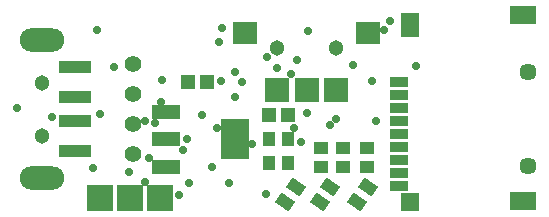
<source format=gts>
G04 Layer_Color=8388736*
%FSLAX44Y44*%
%MOMM*%
G71*
G01*
G75*
%ADD45R,1.2032X1.1032*%
G04:AMPARAMS|DCode=46|XSize=1.0032mm|YSize=1.4032mm|CornerRadius=0mm|HoleSize=0mm|Usage=FLASHONLY|Rotation=235.000|XOffset=0mm|YOffset=0mm|HoleType=Round|Shape=Rectangle|*
%AMROTATEDRECTD46*
4,1,4,-0.2870,0.8133,0.8624,0.0085,0.2870,-0.8133,-0.8624,-0.0085,-0.2870,0.8133,0.0*
%
%ADD46ROTATEDRECTD46*%

%ADD47R,1.1032X1.2032*%
%ADD48R,1.1532X1.2032*%
%ADD49R,2.3532X3.4532*%
%ADD50R,2.3532X1.1532*%
%ADD51R,2.1032X2.0032*%
%ADD52R,2.0032X1.9032*%
%ADD53R,2.2032X2.2032*%
%ADD54R,2.7033X1.0033*%
%ADD55R,1.6033X0.9032*%
%ADD56R,1.6033X2.1532*%
%ADD57R,1.6033X1.4831*%
%ADD58R,2.2032X1.6033*%
%ADD59C,1.3032*%
%ADD60C,1.4034*%
%ADD61O,3.7592X1.9812*%
%ADD62C,1.3033*%
%ADD63C,1.0033*%
%ADD64C,1.4531*%
%ADD65C,0.7032*%
D45*
X516890Y435230D02*
D03*
Y451230D02*
D03*
X496570Y435230D02*
D03*
Y451230D02*
D03*
X477520Y435230D02*
D03*
Y451230D02*
D03*
D46*
X517451Y417722D02*
D03*
X508709Y405238D02*
D03*
X485701Y417722D02*
D03*
X476959Y405238D02*
D03*
X456491Y417722D02*
D03*
X447749Y405238D02*
D03*
D47*
X433960Y458470D02*
D03*
X449960D02*
D03*
Y438150D02*
D03*
X433960D02*
D03*
D48*
X449960Y478790D02*
D03*
X433960D02*
D03*
X381380Y506730D02*
D03*
X365380D02*
D03*
D49*
X404920Y458470D02*
D03*
D50*
X346920Y435470D02*
D03*
Y458470D02*
D03*
Y481470D02*
D03*
D51*
X440690Y500380D02*
D03*
X490690D02*
D03*
X465690D02*
D03*
D52*
X413690Y548880D02*
D03*
X517690D02*
D03*
D53*
X341630Y408940D02*
D03*
X316230D02*
D03*
X290830D02*
D03*
D54*
X269519Y494139D02*
D03*
Y473601D02*
D03*
Y519379D02*
D03*
Y448869D02*
D03*
D55*
X544271Y418882D02*
D03*
Y429880D02*
D03*
Y440881D02*
D03*
Y451881D02*
D03*
Y462882D02*
D03*
Y473880D02*
D03*
Y484881D02*
D03*
Y495882D02*
D03*
Y506880D02*
D03*
D56*
X552971Y555130D02*
D03*
D57*
Y405280D02*
D03*
D58*
X648970Y405882D02*
D03*
Y563880D02*
D03*
D59*
X440690Y535880D02*
D03*
X490690D02*
D03*
D60*
X318531Y446080D02*
D03*
Y471480D02*
D03*
Y496880D02*
D03*
Y522280D02*
D03*
D61*
X241320Y542371D02*
D03*
Y425369D02*
D03*
D62*
X242019Y506369D02*
D03*
Y461371D02*
D03*
D63*
X245321Y425369D02*
D03*
X249319D02*
D03*
X237320D02*
D03*
X233319D02*
D03*
X245321Y542371D02*
D03*
X249319D02*
D03*
X237320D02*
D03*
X233319D02*
D03*
D64*
X652971Y435882D02*
D03*
Y515882D02*
D03*
D65*
X440690Y518882D02*
D03*
X419862Y454152D02*
D03*
X524764Y473880D02*
D03*
X343547Y508901D02*
D03*
X404876Y515874D02*
D03*
X404920Y493914D02*
D03*
X400304Y421386D02*
D03*
X366268D02*
D03*
X454914Y468376D02*
D03*
X389636D02*
D03*
X328930Y473710D02*
D03*
X291193Y480314D02*
D03*
X431292Y412496D02*
D03*
X460756Y455930D02*
D03*
X485902Y470408D02*
D03*
X466832Y550398D02*
D03*
X457454Y525526D02*
D03*
X332486Y442722D02*
D03*
X360680Y449580D02*
D03*
X465836Y480822D02*
D03*
X385572Y435102D02*
D03*
X364744Y458470D02*
D03*
X342646Y490474D02*
D03*
X250444Y477012D02*
D03*
X284988Y434340D02*
D03*
X314960Y430530D02*
D03*
X328930Y422656D02*
D03*
X357378Y411480D02*
D03*
X391414Y540512D02*
D03*
X558292Y520192D02*
D03*
X394268Y552704D02*
D03*
X520700Y508000D02*
D03*
X452120Y513588D02*
D03*
X220726Y484886D02*
D03*
X337312Y472694D02*
D03*
X377444Y478790D02*
D03*
X490982Y475742D02*
D03*
X302514Y519684D02*
D03*
X536702Y558546D02*
D03*
X531368Y551434D02*
D03*
X504698Y521716D02*
D03*
X432396Y528408D02*
D03*
X392938Y508000D02*
D03*
X288036Y551180D02*
D03*
X410718Y506730D02*
D03*
M02*

</source>
